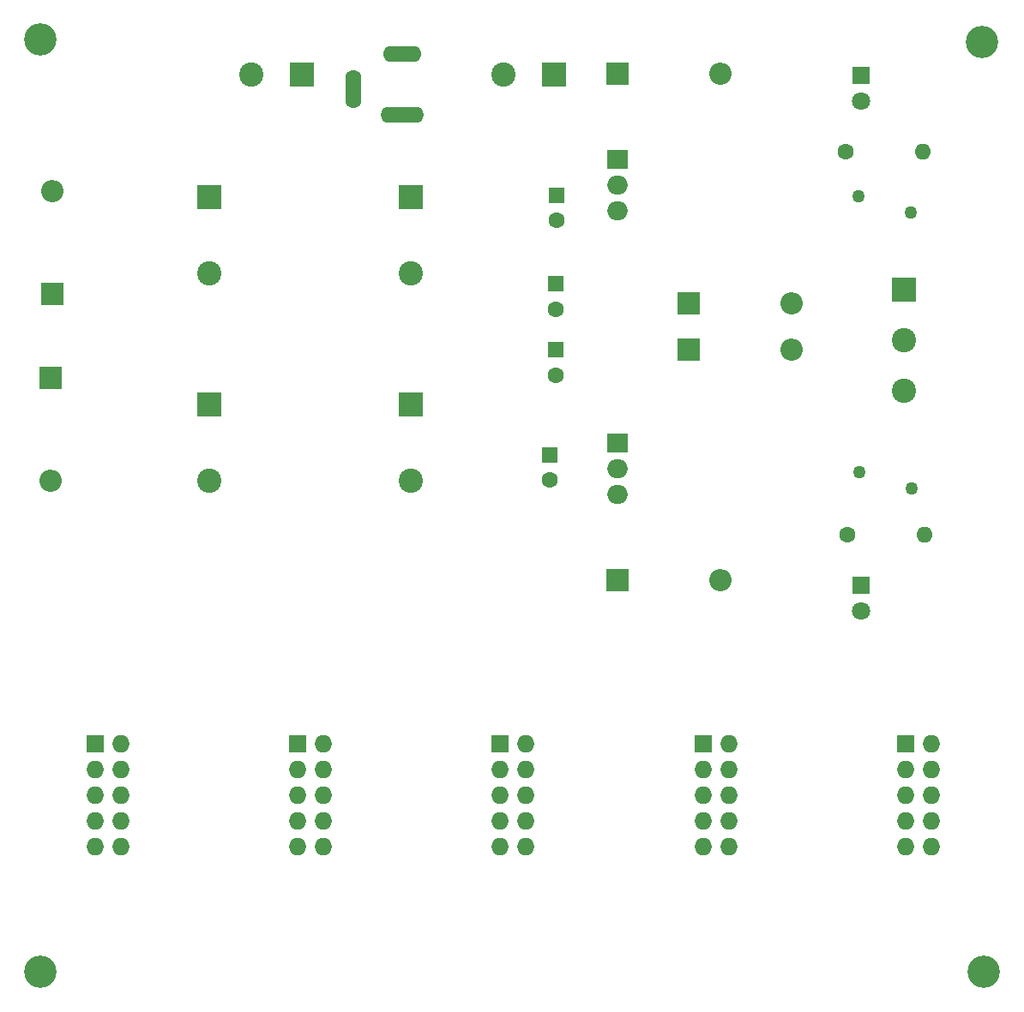
<source format=gbr>
%TF.GenerationSoftware,KiCad,Pcbnew,(5.1.8)-1*%
%TF.CreationDate,2021-04-27T15:23:58-04:00*%
%TF.ProjectId,ww_power-supply - 2,77775f70-6f77-4657-922d-737570706c79,rev?*%
%TF.SameCoordinates,Original*%
%TF.FileFunction,Soldermask,Bot*%
%TF.FilePolarity,Negative*%
%FSLAX46Y46*%
G04 Gerber Fmt 4.6, Leading zero omitted, Abs format (unit mm)*
G04 Created by KiCad (PCBNEW (5.1.8)-1) date 2021-04-27 15:23:58*
%MOMM*%
%LPD*%
G01*
G04 APERTURE LIST*
%ADD10C,3.200000*%
%ADD11C,2.400000*%
%ADD12R,2.400000X2.400000*%
%ADD13O,1.727200X1.727200*%
%ADD14R,1.727200X1.727200*%
%ADD15O,1.600000X3.800000*%
%ADD16O,4.300000X1.600000*%
%ADD17O,3.800000X1.600000*%
%ADD18C,1.600000*%
%ADD19R,1.600000X1.600000*%
%ADD20O,2.000000X1.905000*%
%ADD21R,2.000000X1.905000*%
%ADD22O,2.200000X2.200000*%
%ADD23R,2.200000X2.200000*%
%ADD24O,1.600000X1.600000*%
%ADD25C,1.270000*%
%ADD26C,1.800000*%
%ADD27R,1.800000X1.800000*%
G04 APERTURE END LIST*
D10*
%TO.C,REF\u002A\u002A*%
X146520000Y-159504000D03*
%TD*%
%TO.C,REF\u002A\u002A*%
X53429000Y-159504000D03*
%TD*%
%TO.C,REF\u002A\u002A*%
X53429000Y-67429000D03*
%TD*%
%TO.C,REF\u002A\u002A*%
X146393000Y-67683000D03*
%TD*%
D11*
%TO.C,J3*%
X99102000Y-70858000D03*
D12*
X104102000Y-70858000D03*
%TD*%
D11*
%TO.C,C4*%
X90000000Y-111000000D03*
D12*
X90000000Y-103500000D03*
%TD*%
D11*
%TO.C,C3*%
X90000000Y-90500000D03*
D12*
X90000000Y-83000000D03*
%TD*%
D13*
%TO.C,J9*%
X61357500Y-147185000D03*
X58817500Y-147185000D03*
X61357500Y-144645000D03*
X58817500Y-144645000D03*
X61357500Y-142105000D03*
X58817500Y-142105000D03*
X61357500Y-139565000D03*
X58817500Y-139565000D03*
X61357500Y-137025000D03*
D14*
X58817500Y-137025000D03*
%TD*%
D11*
%TO.C,J2*%
X138646000Y-102130500D03*
X138646000Y-97130500D03*
D12*
X138646000Y-92130500D03*
%TD*%
D11*
%TO.C,J1*%
X74210000Y-70858000D03*
D12*
X79210000Y-70858000D03*
%TD*%
D13*
%TO.C,J8*%
X81357500Y-147185000D03*
X78817500Y-147185000D03*
X81357500Y-144645000D03*
X78817500Y-144645000D03*
X81357500Y-142105000D03*
X78817500Y-142105000D03*
X81357500Y-139565000D03*
X78817500Y-139565000D03*
X81357500Y-137025000D03*
D14*
X78817500Y-137025000D03*
%TD*%
D13*
%TO.C,J7*%
X101357500Y-147185000D03*
X98817500Y-147185000D03*
X101357500Y-144645000D03*
X98817500Y-144645000D03*
X101357500Y-142105000D03*
X98817500Y-142105000D03*
X101357500Y-139565000D03*
X98817500Y-139565000D03*
X101357500Y-137025000D03*
D14*
X98817500Y-137025000D03*
%TD*%
D13*
%TO.C,J6*%
X121376500Y-147185000D03*
X118836500Y-147185000D03*
X121376500Y-144645000D03*
X118836500Y-144645000D03*
X121376500Y-142105000D03*
X118836500Y-142105000D03*
X121376500Y-139565000D03*
X118836500Y-139565000D03*
X121376500Y-137025000D03*
D14*
X118836500Y-137025000D03*
%TD*%
D13*
%TO.C,J5*%
X141376500Y-147185000D03*
X138836500Y-147185000D03*
X141376500Y-144645000D03*
X138836500Y-144645000D03*
X141376500Y-142105000D03*
X138836500Y-142105000D03*
X141376500Y-139565000D03*
X138836500Y-139565000D03*
X141376500Y-137025000D03*
D14*
X138836500Y-137025000D03*
%TD*%
D15*
%TO.C,J4*%
X84316000Y-72314000D03*
D16*
X89116000Y-74814000D03*
D17*
X89116000Y-68814000D03*
%TD*%
D18*
%TO.C,C7*%
X104396000Y-85286000D03*
D19*
X104396000Y-82786000D03*
%TD*%
D18*
%TO.C,C8*%
X103721000Y-110950000D03*
D19*
X103721000Y-108450000D03*
%TD*%
D20*
%TO.C,U2*%
X110396000Y-112326000D03*
X110396000Y-109786000D03*
D21*
X110396000Y-107246000D03*
%TD*%
D22*
%TO.C,D4*%
X120556000Y-120786000D03*
D23*
X110396000Y-120786000D03*
%TD*%
D11*
%TO.C,C1*%
X70080000Y-90500000D03*
D12*
X70080000Y-83000000D03*
%TD*%
D20*
%TO.C,U1*%
X110396000Y-84326000D03*
X110396000Y-81786000D03*
D21*
X110396000Y-79246000D03*
%TD*%
D24*
%TO.C,R2*%
X140656000Y-116286000D03*
D18*
X133036000Y-116286000D03*
%TD*%
D24*
%TO.C,R1*%
X140556000Y-78486000D03*
D18*
X132936000Y-78486000D03*
%TD*%
D25*
%TO.C,F2*%
X139396000Y-111786000D03*
X134296000Y-110186000D03*
%TD*%
%TO.C,F1*%
X139296000Y-84486000D03*
X134196000Y-82886000D03*
%TD*%
D26*
%TO.C,D8*%
X134396000Y-123826000D03*
D27*
X134396000Y-121286000D03*
%TD*%
D26*
%TO.C,D7*%
X134396000Y-73526000D03*
D27*
X134396000Y-70986000D03*
%TD*%
D22*
%TO.C,D6*%
X127556000Y-98063712D03*
D23*
X117396000Y-98063712D03*
%TD*%
D22*
%TO.C,D5*%
X127556000Y-93466000D03*
D23*
X117396000Y-93466000D03*
%TD*%
D22*
%TO.C,D3*%
X120556000Y-70786000D03*
D23*
X110396000Y-70786000D03*
%TD*%
D22*
%TO.C,D2*%
X54445000Y-110990000D03*
D23*
X54445000Y-100830000D03*
%TD*%
D22*
%TO.C,D1*%
X54572000Y-82415000D03*
D23*
X54572000Y-92575000D03*
%TD*%
D18*
%TO.C,C10*%
X104300000Y-100540000D03*
D19*
X104300000Y-98040000D03*
%TD*%
D18*
%TO.C,C9*%
X104300000Y-94040000D03*
D19*
X104300000Y-91540000D03*
%TD*%
D11*
%TO.C,C2*%
X70080000Y-111000000D03*
D12*
X70080000Y-103500000D03*
%TD*%
M02*

</source>
